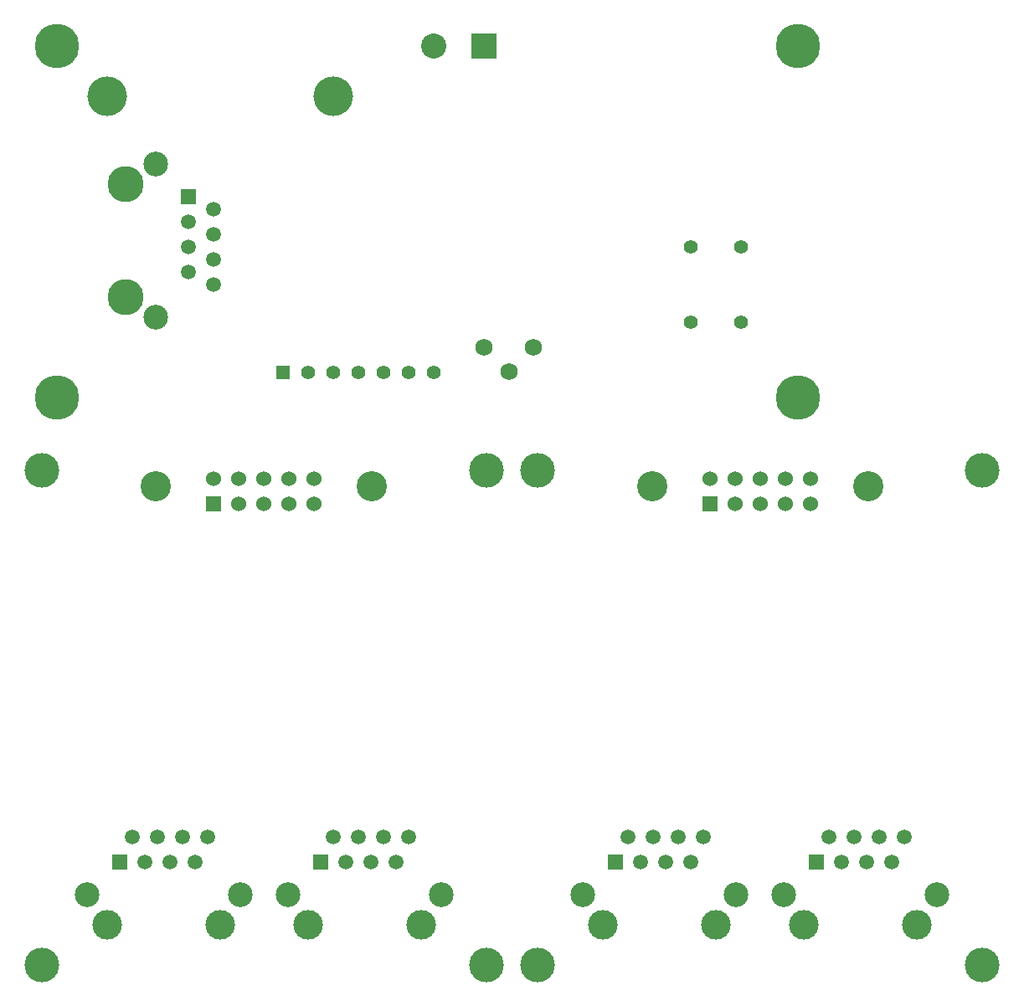
<source format=gbs>
G04 (created by PCBNEW (2013-may-18)-stable) date Wed 22 Oct 2014 04:52:23 PM CEST*
%MOIN*%
G04 Gerber Fmt 3.4, Leading zero omitted, Abs format*
%FSLAX34Y34*%
G01*
G70*
G90*
G04 APERTURE LIST*
%ADD10C,0.00590551*%
%ADD11C,0.12*%
%ADD12R,0.06X0.06*%
%ADD13C,0.06*%
%ADD14C,0.137795*%
%ADD15C,0.11811*%
%ADD16R,0.0591X0.0591*%
%ADD17C,0.0591*%
%ADD18C,0.0984252*%
%ADD19C,0.0689*%
%ADD20C,0.055*%
%ADD21C,0.1437*%
%ADD22R,0.1X0.1*%
%ADD23C,0.1*%
%ADD24R,0.055X0.055*%
%ADD25C,0.177165*%
%ADD26C,0.1575*%
G04 APERTURE END LIST*
G54D10*
G54D11*
X57300Y-65800D03*
X48700Y-65800D03*
G54D12*
X51000Y-66500D03*
G54D13*
X51000Y-65500D03*
X52000Y-66500D03*
X52000Y-65500D03*
X53000Y-66500D03*
X53000Y-65500D03*
X54000Y-66500D03*
X54000Y-65500D03*
X55000Y-66500D03*
X55000Y-65500D03*
G54D14*
X61850Y-65150D03*
X61850Y-84850D03*
X44150Y-84850D03*
X44150Y-65150D03*
G54D15*
X51250Y-83250D03*
X46750Y-83250D03*
G54D16*
X47250Y-80750D03*
G54D17*
X47750Y-79750D03*
X48250Y-80750D03*
X48750Y-79750D03*
X49250Y-80750D03*
X49750Y-79750D03*
X50250Y-80750D03*
X50750Y-79750D03*
G54D18*
X45950Y-82049D03*
X52050Y-82049D03*
G54D15*
X59250Y-83250D03*
X54750Y-83250D03*
G54D16*
X55250Y-80750D03*
G54D17*
X55750Y-79750D03*
X56250Y-80750D03*
X56750Y-79750D03*
X57250Y-80750D03*
X57750Y-79750D03*
X58250Y-80750D03*
X58750Y-79750D03*
G54D18*
X53950Y-82049D03*
X60050Y-82049D03*
G54D15*
X39500Y-83250D03*
X35000Y-83250D03*
G54D16*
X35500Y-80750D03*
G54D17*
X36000Y-79750D03*
X36500Y-80750D03*
X37000Y-79750D03*
X37500Y-80750D03*
X38000Y-79750D03*
X38500Y-80750D03*
X39000Y-79750D03*
G54D18*
X34200Y-82049D03*
X40300Y-82049D03*
G54D15*
X31500Y-83250D03*
X27000Y-83250D03*
G54D16*
X27500Y-80750D03*
G54D17*
X28000Y-79750D03*
X28500Y-80750D03*
X29000Y-79750D03*
X29500Y-80750D03*
X30000Y-79750D03*
X30500Y-80750D03*
X31000Y-79750D03*
G54D18*
X26200Y-82049D03*
X32300Y-82049D03*
G54D14*
X24400Y-65150D03*
X24400Y-84850D03*
X42100Y-84850D03*
X42100Y-65150D03*
G54D11*
X37550Y-65800D03*
X28950Y-65800D03*
G54D12*
X31250Y-66500D03*
G54D13*
X31250Y-65500D03*
X32250Y-66500D03*
X32250Y-65500D03*
X33250Y-66500D03*
X33250Y-65500D03*
X34250Y-66500D03*
X34250Y-65500D03*
X35250Y-66500D03*
X35250Y-65500D03*
G54D19*
X43984Y-60258D03*
X43000Y-61242D03*
X42016Y-60258D03*
G54D20*
X50250Y-56250D03*
X52250Y-56250D03*
X50250Y-59250D03*
X52250Y-59250D03*
G54D21*
X27750Y-58250D03*
X27750Y-53750D03*
G54D16*
X30250Y-54250D03*
G54D17*
X31250Y-54750D03*
X30250Y-55250D03*
X31250Y-55750D03*
X30250Y-56250D03*
X31250Y-56750D03*
X30250Y-57250D03*
X31250Y-57750D03*
G54D18*
X28950Y-52950D03*
X28950Y-59050D03*
G54D22*
X42000Y-48250D03*
G54D23*
X40000Y-48250D03*
G54D24*
X34000Y-61250D03*
G54D20*
X35000Y-61250D03*
X36000Y-61250D03*
X37000Y-61250D03*
X38000Y-61250D03*
X39000Y-61250D03*
X40000Y-61250D03*
G54D25*
X25000Y-48250D03*
X54500Y-48250D03*
X54500Y-62250D03*
X25000Y-62250D03*
G54D26*
X27000Y-50250D03*
X36000Y-50250D03*
M02*

</source>
